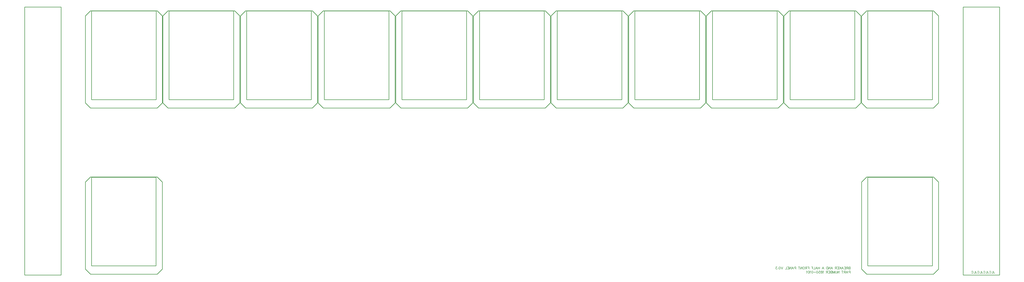
<source format=gbo>
G04 Layer: BottomSilkscreenLayer*
G04 EasyEDA v6.5.34, 2023-08-21 18:11:39*
G04 32b375108a2c43bb8d569144ed7c1066,5a6b42c53f6a479593ecc07194224c93,10*
G04 Gerber Generator version 0.2*
G04 Scale: 100 percent, Rotated: No, Reflected: No *
G04 Dimensions in millimeters *
G04 leading zeros omitted , absolute positions ,4 integer and 5 decimal *
%FSLAX45Y45*%
%MOMM*%

%ADD10C,0.2032*%
%ADD11C,0.1520*%
%ADD12C,0.2540*%

%LPD*%
D10*
X40872295Y197289D02*
G01*
X40872295Y82745D01*
X40872295Y197289D02*
G01*
X40823205Y197289D01*
X40806842Y191836D01*
X40801386Y186382D01*
X40795933Y175473D01*
X40795933Y159108D01*
X40801386Y148198D01*
X40806842Y142745D01*
X40823205Y137289D01*
X40872295Y137289D01*
X40716296Y197289D02*
G01*
X40759931Y82745D01*
X40716296Y197289D02*
G01*
X40672659Y82745D01*
X40743568Y120926D02*
G01*
X40689024Y120926D01*
X40636659Y197289D02*
G01*
X40636659Y82745D01*
X40636659Y197289D02*
G01*
X40587569Y197289D01*
X40571206Y191836D01*
X40565750Y186382D01*
X40560297Y175473D01*
X40560297Y164564D01*
X40565750Y153654D01*
X40571206Y148198D01*
X40587569Y142745D01*
X40636659Y142745D01*
X40598478Y142745D02*
G01*
X40560297Y82745D01*
X40486114Y197289D02*
G01*
X40486114Y82745D01*
X40524295Y197289D02*
G01*
X40447932Y197289D01*
X40327933Y197289D02*
G01*
X40327933Y82745D01*
X40327933Y197289D02*
G01*
X40251570Y82745D01*
X40251570Y197289D02*
G01*
X40251570Y82745D01*
X40215568Y197289D02*
G01*
X40215568Y115473D01*
X40210115Y99108D01*
X40199205Y88198D01*
X40182843Y82745D01*
X40171933Y82745D01*
X40155568Y88198D01*
X40144661Y99108D01*
X40139205Y115473D01*
X40139205Y197289D01*
X40103206Y197289D02*
G01*
X40103206Y82745D01*
X40103206Y197289D02*
G01*
X40059569Y82745D01*
X40015934Y197289D02*
G01*
X40059569Y82745D01*
X40015934Y197289D02*
G01*
X40015934Y82745D01*
X39979932Y197289D02*
G01*
X39979932Y82745D01*
X39979932Y197289D02*
G01*
X39930842Y197289D01*
X39914479Y191836D01*
X39909026Y186382D01*
X39903570Y175473D01*
X39903570Y164564D01*
X39909026Y153654D01*
X39914479Y148198D01*
X39930842Y142745D01*
X39979932Y142745D02*
G01*
X39930842Y142745D01*
X39914479Y137289D01*
X39909026Y131836D01*
X39903570Y120926D01*
X39903570Y104564D01*
X39909026Y93654D01*
X39914479Y88198D01*
X39930842Y82745D01*
X39979932Y82745D01*
X39867570Y197289D02*
G01*
X39867570Y82745D01*
X39867570Y197289D02*
G01*
X39796661Y197289D01*
X39867570Y142745D02*
G01*
X39823933Y142745D01*
X39867570Y82745D02*
G01*
X39796661Y82745D01*
X39760662Y197289D02*
G01*
X39760662Y82745D01*
X39760662Y197289D02*
G01*
X39711571Y197289D01*
X39695206Y191836D01*
X39689752Y186382D01*
X39684297Y175473D01*
X39684297Y164564D01*
X39689752Y153654D01*
X39695206Y148198D01*
X39711571Y142745D01*
X39760662Y142745D01*
X39722480Y142745D02*
G01*
X39684297Y82745D01*
X39564297Y175473D02*
G01*
X39553388Y180926D01*
X39537025Y197289D01*
X39537025Y82745D01*
X39473753Y197289D02*
G01*
X39490116Y191836D01*
X39495569Y180926D01*
X39495569Y170017D01*
X39490116Y159108D01*
X39479207Y153654D01*
X39457388Y148198D01*
X39441026Y142745D01*
X39430116Y131836D01*
X39424663Y120926D01*
X39424663Y104564D01*
X39430116Y93654D01*
X39435570Y88198D01*
X39451935Y82745D01*
X39473753Y82745D01*
X39490116Y88198D01*
X39495569Y93654D01*
X39501025Y104564D01*
X39501025Y120926D01*
X39495569Y131836D01*
X39484663Y142745D01*
X39468298Y148198D01*
X39446479Y153654D01*
X39435570Y159108D01*
X39430116Y170017D01*
X39430116Y180926D01*
X39435570Y191836D01*
X39451935Y197289D01*
X39473753Y197289D01*
X39323208Y197289D02*
G01*
X39377752Y197289D01*
X39383208Y148198D01*
X39377752Y153654D01*
X39361389Y159108D01*
X39345026Y159108D01*
X39328661Y153654D01*
X39317752Y142745D01*
X39312298Y126382D01*
X39312298Y115473D01*
X39317752Y99108D01*
X39328661Y88198D01*
X39345026Y82745D01*
X39361389Y82745D01*
X39377752Y88198D01*
X39383208Y93654D01*
X39388661Y104564D01*
X39243571Y197289D02*
G01*
X39259934Y191836D01*
X39270843Y175473D01*
X39276299Y148198D01*
X39276299Y131836D01*
X39270843Y104564D01*
X39259934Y88198D01*
X39243571Y82745D01*
X39232662Y82745D01*
X39216299Y88198D01*
X39205390Y104564D01*
X39199934Y131836D01*
X39199934Y148198D01*
X39205390Y175473D01*
X39216299Y191836D01*
X39232662Y197289D01*
X39243571Y197289D01*
X39163934Y131836D02*
G01*
X39065753Y131836D01*
X38997026Y197289D02*
G01*
X39013389Y191836D01*
X39024298Y175473D01*
X39029754Y148198D01*
X39029754Y131836D01*
X39024298Y104564D01*
X39013389Y88198D01*
X38997026Y82745D01*
X38986117Y82745D01*
X38969754Y88198D01*
X38958845Y104564D01*
X38953389Y131836D01*
X38953389Y148198D01*
X38958845Y175473D01*
X38969754Y191836D01*
X38986117Y197289D01*
X38997026Y197289D01*
X38917389Y175473D02*
G01*
X38906480Y180926D01*
X38890117Y197289D01*
X38890117Y82745D01*
X38821390Y197289D02*
G01*
X38837753Y191836D01*
X38848662Y175473D01*
X38854118Y148198D01*
X38854118Y131836D01*
X38848662Y104564D01*
X38837753Y88198D01*
X38821390Y82745D01*
X38810481Y82745D01*
X38794118Y88198D01*
X38783209Y104564D01*
X38777753Y131836D01*
X38777753Y148198D01*
X38783209Y175473D01*
X38794118Y191836D01*
X38810481Y197289D01*
X38821390Y197289D01*
X38741753Y175473D02*
G01*
X38730844Y180926D01*
X38714481Y197289D01*
X38714481Y82745D01*
X40872295Y400489D02*
G01*
X40872295Y285945D01*
X40872295Y400489D02*
G01*
X40823205Y400489D01*
X40806842Y395036D01*
X40801386Y389582D01*
X40795933Y378673D01*
X40795933Y367764D01*
X40801386Y356854D01*
X40806842Y351398D01*
X40823205Y345945D01*
X40872295Y345945D02*
G01*
X40823205Y345945D01*
X40806842Y340489D01*
X40801386Y335036D01*
X40795933Y324126D01*
X40795933Y307764D01*
X40801386Y296854D01*
X40806842Y291398D01*
X40823205Y285945D01*
X40872295Y285945D01*
X40759933Y400489D02*
G01*
X40759933Y285945D01*
X40759933Y400489D02*
G01*
X40710840Y400489D01*
X40694477Y395036D01*
X40689024Y389582D01*
X40683568Y378673D01*
X40683568Y367764D01*
X40689024Y356854D01*
X40694477Y351398D01*
X40710840Y345945D01*
X40759933Y345945D01*
X40721749Y345945D02*
G01*
X40683568Y285945D01*
X40647569Y400489D02*
G01*
X40647569Y285945D01*
X40647569Y400489D02*
G01*
X40576660Y400489D01*
X40647569Y345945D02*
G01*
X40603932Y345945D01*
X40647569Y285945D02*
G01*
X40576660Y285945D01*
X40497023Y400489D02*
G01*
X40540660Y285945D01*
X40497023Y400489D02*
G01*
X40453388Y285945D01*
X40524295Y324126D02*
G01*
X40469751Y324126D01*
X40417386Y400489D02*
G01*
X40417386Y285945D01*
X40341024Y400489D02*
G01*
X40417386Y324126D01*
X40390114Y351398D02*
G01*
X40341024Y285945D01*
X40305024Y400489D02*
G01*
X40305024Y285945D01*
X40305024Y400489D02*
G01*
X40234115Y400489D01*
X40305024Y345945D02*
G01*
X40261387Y345945D01*
X40305024Y285945D02*
G01*
X40234115Y285945D01*
X40198116Y400489D02*
G01*
X40198116Y285945D01*
X40198116Y400489D02*
G01*
X40149025Y400489D01*
X40132660Y395036D01*
X40127207Y389582D01*
X40121751Y378673D01*
X40121751Y367764D01*
X40127207Y356854D01*
X40132660Y351398D01*
X40149025Y345945D01*
X40198116Y345945D01*
X40159934Y345945D02*
G01*
X40121751Y285945D01*
X39958116Y400489D02*
G01*
X40001751Y285945D01*
X39958116Y400489D02*
G01*
X39914479Y285945D01*
X39985388Y324126D02*
G01*
X39930842Y324126D01*
X39878480Y400489D02*
G01*
X39878480Y285945D01*
X39878480Y400489D02*
G01*
X39802114Y285945D01*
X39802114Y400489D02*
G01*
X39802114Y285945D01*
X39766115Y400489D02*
G01*
X39766115Y285945D01*
X39766115Y400489D02*
G01*
X39727934Y400489D01*
X39711571Y395036D01*
X39700662Y384126D01*
X39695206Y373217D01*
X39689752Y356854D01*
X39689752Y329582D01*
X39695206Y313217D01*
X39700662Y302308D01*
X39711571Y291398D01*
X39727934Y285945D01*
X39766115Y285945D01*
X39526116Y400489D02*
G01*
X39569753Y285945D01*
X39526116Y400489D02*
G01*
X39482481Y285945D01*
X39553390Y324126D02*
G01*
X39498844Y324126D01*
X39362481Y400489D02*
G01*
X39362481Y285945D01*
X39286116Y400489D02*
G01*
X39286116Y285945D01*
X39362481Y345945D02*
G01*
X39286116Y345945D01*
X39206479Y400489D02*
G01*
X39250117Y285945D01*
X39206479Y400489D02*
G01*
X39162845Y285945D01*
X39233754Y324126D02*
G01*
X39179207Y324126D01*
X39126845Y400489D02*
G01*
X39126845Y285945D01*
X39126845Y285945D02*
G01*
X39061390Y285945D01*
X39025390Y400489D02*
G01*
X39025390Y285945D01*
X39025390Y400489D02*
G01*
X38954481Y400489D01*
X39025390Y345945D02*
G01*
X38981753Y345945D01*
X38834481Y400489D02*
G01*
X38834481Y285945D01*
X38834481Y400489D02*
G01*
X38763572Y400489D01*
X38834481Y345945D02*
G01*
X38790844Y345945D01*
X38727573Y400489D02*
G01*
X38727573Y285945D01*
X38727573Y400489D02*
G01*
X38678482Y400489D01*
X38662117Y395036D01*
X38656663Y389582D01*
X38651210Y378673D01*
X38651210Y367764D01*
X38656663Y356854D01*
X38662117Y351398D01*
X38678482Y345945D01*
X38727573Y345945D01*
X38689391Y345945D02*
G01*
X38651210Y285945D01*
X38582483Y400489D02*
G01*
X38593392Y395036D01*
X38604299Y384126D01*
X38609755Y373217D01*
X38615208Y356854D01*
X38615208Y329582D01*
X38609755Y313217D01*
X38604299Y302308D01*
X38593392Y291398D01*
X38582483Y285945D01*
X38560664Y285945D01*
X38549755Y291398D01*
X38538845Y302308D01*
X38533392Y313217D01*
X38527936Y329582D01*
X38527936Y356854D01*
X38533392Y373217D01*
X38538845Y384126D01*
X38549755Y395036D01*
X38560664Y400489D01*
X38582483Y400489D01*
X38491937Y400489D02*
G01*
X38491937Y285945D01*
X38491937Y400489D02*
G01*
X38415574Y285945D01*
X38415574Y400489D02*
G01*
X38415574Y285945D01*
X38341391Y400489D02*
G01*
X38341391Y285945D01*
X38379572Y400489D02*
G01*
X38303210Y400489D01*
X38183210Y400489D02*
G01*
X38183210Y285945D01*
X38183210Y400489D02*
G01*
X38134119Y400489D01*
X38117757Y395036D01*
X38112301Y389582D01*
X38106847Y378673D01*
X38106847Y362308D01*
X38112301Y351398D01*
X38117757Y345945D01*
X38134119Y340489D01*
X38183210Y340489D01*
X38027211Y400489D02*
G01*
X38070845Y285945D01*
X38027211Y400489D02*
G01*
X37983574Y285945D01*
X38054483Y324126D02*
G01*
X37999939Y324126D01*
X37947574Y400489D02*
G01*
X37947574Y285945D01*
X37947574Y400489D02*
G01*
X37871212Y285945D01*
X37871212Y400489D02*
G01*
X37871212Y285945D01*
X37835210Y400489D02*
G01*
X37835210Y285945D01*
X37835210Y400489D02*
G01*
X37764300Y400489D01*
X37835210Y345945D02*
G01*
X37791575Y345945D01*
X37835210Y285945D02*
G01*
X37764300Y285945D01*
X37728301Y400489D02*
G01*
X37728301Y285945D01*
X37728301Y285945D02*
G01*
X37662848Y285945D01*
X37542848Y400489D02*
G01*
X37499211Y285945D01*
X37455576Y400489D02*
G01*
X37499211Y285945D01*
X37386849Y400489D02*
G01*
X37403211Y395036D01*
X37414121Y378673D01*
X37419574Y351398D01*
X37419574Y335036D01*
X37414121Y307764D01*
X37403211Y291398D01*
X37386849Y285945D01*
X37375939Y285945D01*
X37359574Y291398D01*
X37348665Y307764D01*
X37343212Y335036D01*
X37343212Y351398D01*
X37348665Y378673D01*
X37359574Y395036D01*
X37375939Y400489D01*
X37386849Y400489D01*
X37301756Y313217D02*
G01*
X37307212Y307764D01*
X37301756Y302308D01*
X37296303Y307764D01*
X37301756Y313217D01*
X37249394Y400489D02*
G01*
X37189394Y400489D01*
X37222120Y356854D01*
X37205757Y356854D01*
X37194848Y351398D01*
X37189394Y345945D01*
X37183938Y329582D01*
X37183938Y318673D01*
X37189394Y302308D01*
X37200304Y291398D01*
X37216666Y285945D01*
X37233029Y285945D01*
X37249394Y291398D01*
X37254848Y296854D01*
X37260303Y307764D01*
D11*
X47974143Y191551D02*
G01*
X47974143Y108424D01*
X47979340Y92837D01*
X47984534Y87642D01*
X47994925Y82448D01*
X48005316Y82448D01*
X48015707Y87642D01*
X48020904Y92837D01*
X48026099Y108424D01*
X48026099Y118816D01*
X47939853Y191551D02*
G01*
X47939853Y82448D01*
X47939853Y82448D02*
G01*
X47877509Y82448D01*
X47765286Y165574D02*
G01*
X47770483Y175966D01*
X47780874Y186357D01*
X47791263Y191551D01*
X47812045Y191551D01*
X47822436Y186357D01*
X47832827Y175966D01*
X47838024Y165574D01*
X47843219Y149987D01*
X47843219Y124010D01*
X47838024Y108424D01*
X47832827Y98033D01*
X47822436Y87642D01*
X47812045Y82448D01*
X47791263Y82448D01*
X47780874Y87642D01*
X47770483Y98033D01*
X47765286Y108424D01*
X47679043Y191551D02*
G01*
X47679043Y108424D01*
X47684237Y92837D01*
X47689434Y87642D01*
X47699823Y82448D01*
X47710214Y82448D01*
X47720605Y87642D01*
X47725802Y92837D01*
X47730996Y108424D01*
X47730996Y118816D01*
X47644753Y191551D02*
G01*
X47644753Y82448D01*
X47644753Y82448D02*
G01*
X47582406Y82448D01*
X47470184Y165574D02*
G01*
X47475381Y175966D01*
X47485772Y186357D01*
X47496163Y191551D01*
X47516943Y191551D01*
X47527334Y186357D01*
X47537725Y175966D01*
X47542922Y165574D01*
X47548116Y149987D01*
X47548116Y124010D01*
X47542922Y108424D01*
X47537725Y98033D01*
X47527334Y87642D01*
X47516943Y82448D01*
X47496163Y82448D01*
X47485772Y87642D01*
X47475381Y98033D01*
X47470184Y108424D01*
X47383941Y191551D02*
G01*
X47383941Y108424D01*
X47389135Y92837D01*
X47394332Y87642D01*
X47404723Y82448D01*
X47415114Y82448D01*
X47425503Y87642D01*
X47430700Y92837D01*
X47435894Y108424D01*
X47435894Y118816D01*
X47349651Y191551D02*
G01*
X47349651Y82448D01*
X47349651Y82448D02*
G01*
X47287304Y82448D01*
X47175084Y165574D02*
G01*
X47180279Y175966D01*
X47190670Y186357D01*
X47201061Y191551D01*
X47221843Y191551D01*
X47232234Y186357D01*
X47242623Y175966D01*
X47247820Y165574D01*
X47253014Y149987D01*
X47253014Y124010D01*
X47247820Y108424D01*
X47242623Y98033D01*
X47232234Y87642D01*
X47221843Y82448D01*
X47201061Y82448D01*
X47190670Y87642D01*
X47180279Y98033D01*
X47175084Y108424D01*
X47088839Y191551D02*
G01*
X47088839Y108424D01*
X47094033Y92837D01*
X47099230Y87642D01*
X47109621Y82448D01*
X47120012Y82448D01*
X47130403Y87642D01*
X47135597Y92837D01*
X47140794Y108424D01*
X47140794Y118816D01*
X47054549Y191551D02*
G01*
X47054549Y82448D01*
X47054549Y82448D02*
G01*
X46992204Y82448D01*
X46879982Y165574D02*
G01*
X46885176Y175966D01*
X46895567Y186357D01*
X46905959Y191551D01*
X46926741Y191551D01*
X46937132Y186357D01*
X46947523Y175966D01*
X46952717Y165574D01*
X46957914Y149987D01*
X46957914Y124010D01*
X46952717Y108424D01*
X46947523Y98033D01*
X46937132Y87642D01*
X46926741Y82448D01*
X46905959Y82448D01*
X46895567Y87642D01*
X46885176Y98033D01*
X46879982Y108424D01*
D12*
X3254895Y4864100D02*
G01*
X6556895Y4864100D01*
X6810895Y4610100D01*
X6810895Y292100D01*
X6556895Y38100D01*
X3254895Y38100D01*
X3000895Y292100D01*
X3000895Y4610100D01*
X3254895Y4864100D01*
X41686894Y4864100D02*
G01*
X44988894Y4864100D01*
X45242894Y4610100D01*
X45242894Y292100D01*
X44988894Y38100D01*
X41686894Y38100D01*
X41432894Y292100D01*
X41432894Y4610100D01*
X41686894Y4864100D01*
X41687191Y13115317D02*
G01*
X44989191Y13115317D01*
X45243191Y12861317D01*
X45243191Y8543317D01*
X44989191Y8289317D01*
X41687191Y8289317D01*
X41433191Y8543317D01*
X41433191Y12861317D01*
X41687191Y13115317D01*
X37844003Y13115317D02*
G01*
X41146003Y13115317D01*
X41400003Y12861317D01*
X41400003Y8543317D01*
X41146003Y8289317D01*
X37844003Y8289317D01*
X37590003Y8543317D01*
X37590003Y12861317D01*
X37844003Y13115317D01*
X34000803Y13115317D02*
G01*
X37302803Y13115317D01*
X37556803Y12861317D01*
X37556803Y8543317D01*
X37302803Y8289317D01*
X34000803Y8289317D01*
X33746803Y8543317D01*
X33746803Y12861317D01*
X34000803Y13115317D01*
X30157600Y13115317D02*
G01*
X33459600Y13115317D01*
X33713600Y12861317D01*
X33713600Y8543317D01*
X33459600Y8289317D01*
X30157600Y8289317D01*
X29903600Y8543317D01*
X29903600Y12861317D01*
X30157600Y13115317D01*
X26314400Y13115317D02*
G01*
X29616400Y13115317D01*
X29870400Y12861317D01*
X29870400Y8543317D01*
X29616400Y8289317D01*
X26314400Y8289317D01*
X26060400Y8543317D01*
X26060400Y12861317D01*
X26314400Y13115317D01*
X22471199Y13115317D02*
G01*
X25773199Y13115317D01*
X26027199Y12861317D01*
X26027199Y8543317D01*
X25773199Y8289317D01*
X22471199Y8289317D01*
X22217199Y8543317D01*
X22217199Y12861317D01*
X22471199Y13115317D01*
X18627996Y13115317D02*
G01*
X21929996Y13115317D01*
X22183996Y12861317D01*
X22183996Y8543317D01*
X21929996Y8289317D01*
X18627996Y8289317D01*
X18373996Y8543317D01*
X18373996Y12861317D01*
X18627996Y13115317D01*
X14784796Y13115317D02*
G01*
X18086796Y13115317D01*
X18340796Y12861317D01*
X18340796Y8543317D01*
X18086796Y8289317D01*
X14784796Y8289317D01*
X14530796Y8543317D01*
X14530796Y12861317D01*
X14784796Y13115317D01*
X10941596Y13115317D02*
G01*
X14243596Y13115317D01*
X14497596Y12861317D01*
X14497596Y8543317D01*
X14243596Y8289317D01*
X10941596Y8289317D01*
X10687596Y8543317D01*
X10687596Y12861317D01*
X10941596Y13115317D01*
X7098393Y13115317D02*
G01*
X10400393Y13115317D01*
X10654393Y12861317D01*
X10654393Y8543317D01*
X10400393Y8289317D01*
X7098393Y8289317D01*
X6844393Y8543317D01*
X6844393Y12861317D01*
X7098393Y13115317D01*
X3255192Y13115317D02*
G01*
X6557192Y13115317D01*
X6811192Y12861317D01*
X6811192Y8543317D01*
X6557192Y8289317D01*
X3255192Y8289317D01*
X3001192Y8543317D01*
X3001192Y12861317D01*
X3255192Y13115317D01*
X3306013Y13102615D02*
G01*
X6506006Y13102615D01*
X6506006Y8702624D01*
X3306013Y8702624D01*
X3306013Y13102615D01*
X7149211Y13102615D02*
G01*
X10349204Y13102615D01*
X10349204Y8702624D01*
X7149211Y8702624D01*
X7149211Y13102615D01*
X10992408Y13102615D02*
G01*
X14192402Y13102615D01*
X14192402Y8702624D01*
X10992408Y8702624D01*
X10992408Y13102615D01*
X14835606Y13102615D02*
G01*
X18035600Y13102615D01*
X18035600Y8702624D01*
X14835606Y8702624D01*
X14835606Y13102615D01*
X18678804Y13102615D02*
G01*
X21878798Y13102615D01*
X21878798Y8702624D01*
X18678804Y8702624D01*
X18678804Y13102615D01*
X22522027Y13102615D02*
G01*
X25722021Y13102615D01*
X25722021Y8702624D01*
X22522027Y8702624D01*
X22522027Y13102615D01*
X26365225Y13102615D02*
G01*
X29565219Y13102615D01*
X29565219Y8702624D01*
X26365225Y8702624D01*
X26365225Y13102615D01*
X30208423Y13102615D02*
G01*
X33408416Y13102615D01*
X33408416Y8702624D01*
X30208423Y8702624D01*
X30208423Y13102615D01*
X34051621Y13102615D02*
G01*
X37251614Y13102615D01*
X37251614Y8702624D01*
X34051621Y8702624D01*
X34051621Y13102615D01*
X37894818Y13102615D02*
G01*
X41094812Y13102615D01*
X41094812Y8702624D01*
X37894818Y8702624D01*
X37894818Y13102615D01*
X41738016Y13102615D02*
G01*
X44938010Y13102615D01*
X44938010Y8702624D01*
X41738016Y8702624D01*
X41738016Y13102615D01*
X0Y13299973D02*
G01*
X1799996Y13299973D01*
X1799996Y0D01*
X0Y0D01*
X0Y13299973D01*
X46463991Y13296900D02*
G01*
X48263987Y13296900D01*
X48263987Y-3073D01*
X46463991Y-3073D01*
X46463991Y13296900D01*
X3305683Y4851400D02*
G01*
X6505676Y4851400D01*
X6505676Y451408D01*
X3305683Y451408D01*
X3305683Y4851400D01*
X41737711Y4851400D02*
G01*
X44937705Y4851400D01*
X44937705Y451408D01*
X41737711Y451408D01*
X41737711Y4851400D01*
M02*

</source>
